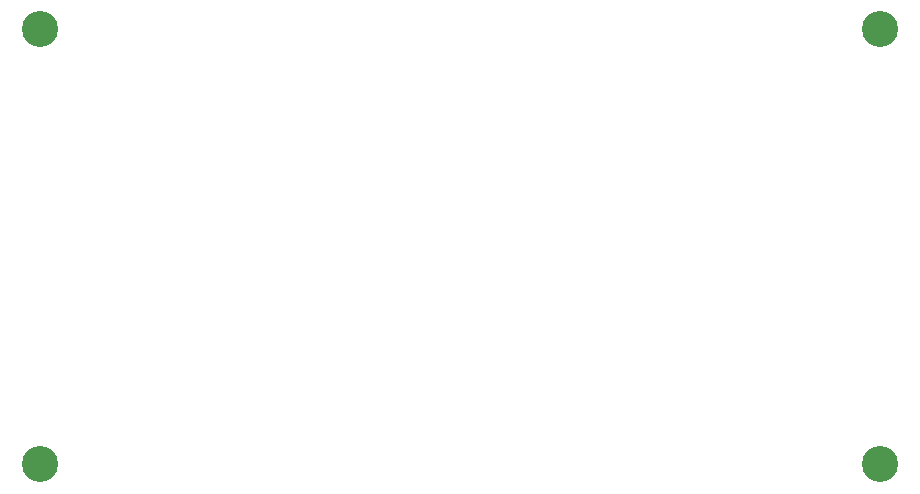
<source format=gbr>
%TF.GenerationSoftware,Altium Limited,Altium Designer,22.7.1 (60)*%
G04 Layer_Color=0*
%FSLAX45Y45*%
%MOMM*%
%TF.SameCoordinates,8DF05635-03F1-411C-9BC5-7CD19558B576*%
%TF.FilePolarity,Positive*%
%TF.FileFunction,NonPlated,1,2,NPTH,Drill*%
%TF.Part,Single*%
G01*
G75*
%TA.AperFunction,OtherDrill,Pad Free-1 (27.94mm,64.77mm)*%
%ADD45C,3.04800*%
%TA.AperFunction,OtherDrill,Pad Free-1 (27.94mm,27.94mm)*%
%ADD46C,3.04800*%
%TA.AperFunction,OtherDrill,Pad Free-1 (99.06mm,27.94mm)*%
%ADD47C,3.04800*%
%TA.AperFunction,OtherDrill,Pad Free-1 (99.06mm,64.77mm)*%
%ADD48C,3.04800*%
D45*
X2794000Y6477000D02*
D03*
D46*
Y2794000D02*
D03*
D47*
X9906000D02*
D03*
D48*
Y6477000D02*
D03*
%TF.MD5,54edf8fd1576811614d8c2a2ec72f25f*%
M02*

</source>
